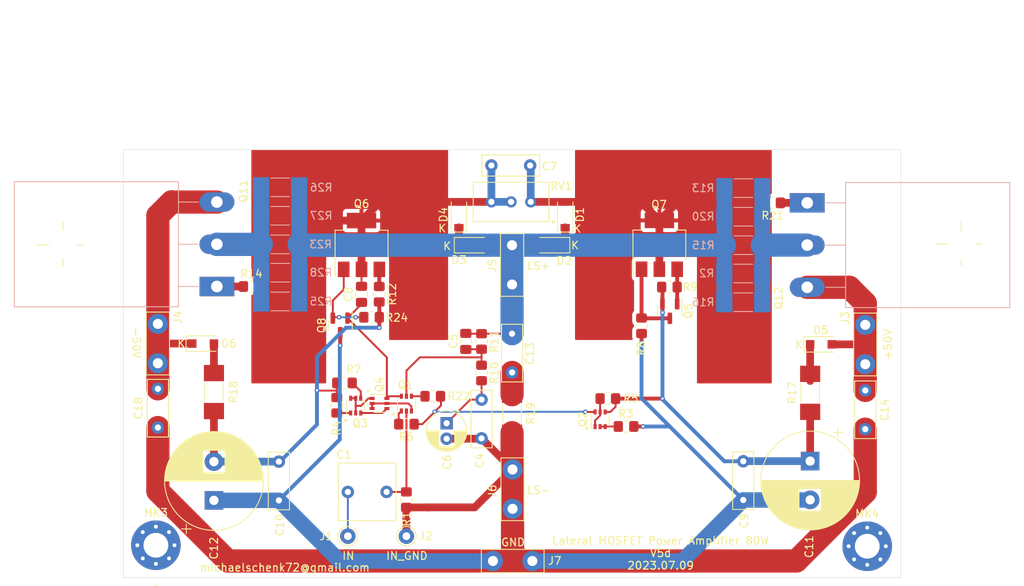
<source format=kicad_pcb>
(kicad_pcb (version 20221018) (generator pcbnew)
  (layers (0 "F.Cu" signal) (31 "B.Cu" signal) (34 "B.Paste" user) (35 "F.Paste" user) (36 "B.SilkS" user "B.Silkscreen") (37 "F.SilkS" user "F.Silkscreen") (38 "B.Mask" user) (39 "F.Mask" user) (44 "Edge.Cuts" user))
  (net 0 "")
  (net 1 "Net-(J1-Pin_1)")
  (net 2 "GND")
  (net 3 "Net-(Q1A-B1)")
  (net 4 "Net-(C4-Pad1)")
  (net 5 "Net-(D2-A)")
  (net 6 "Net-(Q1B-B2)")
  (net 7 "Net-(D4-A)")
  (net 8 "Net-(C13-Pad2)")
  (net 9 "Net-(D1-A)")
  (net 10 "Net-(Q1A-C1)")
  (net 11 "Net-(Q2B-E2)")
  (net 12 "Net-(D1-K)")
  (net 13 "Net-(D3-K)")
  (net 14 "Net-(D5-K)")
  (net 15 "Net-(D5-A)")
  (net 16 "Net-(D6-K)")
  (net 17 "Net-(D6-A)")
  (net 18 "Net-(Q1A-E1)")
  (net 19 "Net-(Q1B-C2)")
  (net 20 "Net-(Q1B-E2)")
  (net 21 "Net-(Q2A-E1)")
  (net 22 "Net-(Q2A-B1)")
  (net 23 "Net-(Q2A-C1)")
  (net 24 "Net-(Q3A-E1)")
  (net 25 "Net-(Q3A-B1)")
  (net 26 "Net-(C10-Pad2)")
  (net 27 "Net-(Q3B-C2)")
  (net 28 "Net-(Q3B-E2)")
  (net 29 "Net-(Q5-B)")
  (net 30 "Net-(Q5-C)")
  (net 31 "Net-(Q6-B)")
  (net 32 "Net-(Q6-E)")
  (net 33 "Net-(Q11-G)")
  (net 34 "Net-(Q11-D)")
  (net 35 "Net-(Q12-G)")
  (net 36 "Net-(Q12-S)")
  (footprint "Capacitor_THT:C_Rect_L7.2mm_W7.2mm_P5.00mm_FKS2_FKP2_MKS2_MKP2" (layer "F.Cu") (at 143.19 88.7476 180)
    (fp_text reference "C1")
    (fp_text value "3.3uF/Film")
  )
  (footprint "Capacitor_THT:CP_Radial_D5.0mm_P2.00mm" (layer "F.Cu") (at 150.9395 79.883 -90)
    (fp_text reference "C4")
    (fp_text value "47uF/25V")
  )
  (footprint "Capacitor_THT:C_Rect_L7.2mm_W2.5mm_P5.00mm_FKS2_FKP2_MKS2_MKP2" (layer "F.Cu") (at 155.448 76.835 -90)
    (fp_text reference "C6")
    (fp_text value "100n")
  )
  (footprint "Capacitor_THT:C_Rect_L7.2mm_W2.5mm_P5.00mm_FKS2_FKP2_MKS2_MKP2" (layer "F.Cu") (at 189.23 84.789 -90)
    (fp_text reference "C9")
    (fp_text value "100n")
  )
  (footprint "Capacitor_THT:CP_Radial_D12.5mm_P5.00mm" (layer "F.Cu") (at 197.866 84.7725 -90)
    (fp_text reference "C11")
    (fp_text value "220u/100V")
  )
  (footprint "Capacitor_THT:C_Rect_L7.2mm_W2.5mm_P5.00mm_FKS2_FKP2_MKS2_MKP2" (layer "F.Cu") (at 159.385 68.326 -90)
    (fp_text reference "C13")
    (fp_text value "22nF")
  )
  (footprint "Diode_SMD:D_SOD-123" (layer "F.Cu") (at 166.243 52.958 90)
    (fp_text reference "D1")
    (fp_text value "1N914")
  )
  (footprint "Diode_SMD:D_SOD-123" (layer "F.Cu") (at 164.592 56.896 180)
    (fp_text reference "D2")
    (fp_text value "12V/0.5W")
  )
  (footprint "Diode_SMD:D_SOD-123" (layer "F.Cu") (at 154.178 56.896)
    (fp_text reference "D3")
    (fp_text value "1N914")
  )
  (footprint "Diode_SMD:D_SOD-123" (layer "F.Cu") (at 152.527 52.958 90)
    (fp_text reference "D4")
    (fp_text value "12V/0.5W")
  )
  (footprint "Diode_SMD:D_SOD-123F" (layer "F.Cu") (at 199.26 69.6976)
    (fp_text reference "D5")
    (fp_text value "SM4002PL-TP")
  )
  (footprint "Connector_Pin:Pin_D1.0mm_L10.0mm" (layer "F.Cu") (at 138.19 94.4585)
    (fp_text reference "J1")
    (fp_text value "Conn_01x01")
  )
  (footprint "Connector_Pin:Pin_D1.0mm_L10.0mm" (layer "F.Cu") (at 145.7465 94.4585)
    (fp_text reference "J2")
    (fp_text value "Conn_01x01")
  )
  (footprint "kicad-snk:TE-726386-2_Pitch5.08mm_Drill1.3mm" (layer "F.Cu") (at 204.978 72.263 90)
    (fp_text reference "J3")
    (fp_text value "+50V")
  )
  (footprint "kicad-snk:TE-726386-2_Pitch5.08mm_Drill1.3mm" (layer "F.Cu") (at 159.385 56.896 -90)
    (fp_text reference "J5")
    (fp_text value "LS+")
  )
  (footprint "kicad-snk:TE-726386-2_Pitch5.08mm_Drill1.3mm" (layer "F.Cu") (at 159.4485 85.852 -90)
    (fp_text reference "J6")
    (fp_text value "LS-")
  )
  (footprint "kicad-snk:TE-726386-2_Pitch5.08mm_Drill1.3mm" (layer "F.Cu") (at 156.9212 97.663)
    (fp_text reference "J7")
    (fp_text value "GND")
  )
  (footprint "MountingHole:MountingHole_3.2mm_M3_Pad_Via" (layer "F.Cu") (at 113.411 95.631)
    (fp_text reference "MK3")
    (fp_text value "Mounting_Hole_PAD")
  )
  (footprint "MountingHole:MountingHole_3.2mm_M3_Pad_Via" (layer "F.Cu") (at 205.232 95.758)
    (fp_text reference "MK4")
    (fp_text value "Mounting_Hole_PAD")
  )
  (footprint "Resistor_SMD:R_0805_2012Metric_Pad1.20x1.40mm_HandSolder" (layer "F.Cu") (at 145.7465 89.7435 -90)
    (fp_text reference "R1")
    (fp_text value "22k")
  )
  (footprint "Resistor_SMD:R_0805_2012Metric_Pad1.20x1.40mm_HandSolder" (layer "F.Cu") (at 174.1 80.3)
    (fp_text reference "R3")
    (fp_text value "22k/0.25W")
  )
  (footprint "Resistor_SMD:R_0805_2012Metric_Pad1.20x1.40mm_HandSolder" (layer "F.Cu") (at 171.75 76.7 180)
    (fp_text reference "R5")
    (fp_text value "150R")
  )
  (footprint "Resistor_SMD:R_0805_2012Metric_Pad1.20x1.40mm_HandSolder" (layer "F.Cu") (at 145.75 80 180)
    (fp_text reference "R6")
    (fp_text value "100R")
  )
  (footprint "Resistor_SMD:R_0805_2012Metric_Pad1.20x1.40mm_HandSolder" (layer "F.Cu") (at 155.448 73.39 -90)
    (fp_text reference "R10")
    (fp_text value "1k")
  )
  (footprint "Resistor_SMD:R_0805_2012Metric_Pad1.20x1.40mm_HandSolder" (layer "F.Cu") (at 155.448 69.326 -90)
    (fp_text reference "R11")
    (fp_text value "22k")
  )
  (footprint "Resistor_SMD:R_0805_2012Metric_Pad1.20x1.40mm_HandSolder" (layer "F.Cu") (at 125.714 62.23)
    (fp_text reference "R14")
    (fp_text value "220R")
  )
  (footprint "Resistor_SMD:R_MELF_MMB-0207" (layer "F.Cu") (at 197.866 75.9576 90)
    (fp_text reference "R17")
    (fp_text value "100R/1W")
  )
  (footprint "Resistor_SMD:R_MELF_MMB-0207" (layer "F.Cu") (at 159.385 78.65 -90)
    (fp_text reference "R19")
    (fp_text value "6.8R/1W")
  )
  (footprint "Resistor_SMD:R_0805_2012Metric_Pad1.20x1.40mm_HandSolder" (layer "F.Cu") (at 193.024 51.435 180)
    (fp_text reference "R21")
    (fp_text value "220R")
  )
  (footprint "Capacitor_THT:C_Rect_L7.2mm_W2.5mm_P5.00mm_FKS2_FKP2_MKS2_MKP2" (layer "F.Cu") (at 204.978 75.645 -90)
    (fp_text reference "C14")
    (fp_text value "100n")
  )
  (footprint "Resistor_SMD:R_MELF_MMB-0207" (layer "F.Cu") (at 120.904 75.856 -90)
    (fp_text reference "R18")
    (fp_text value "100R/1W")
  )
  (footprint "Capacitor_THT:C_Rect_L7.2mm_W2.5mm_P5.00mm_FKS2_FKP2_MKS2_MKP2" (layer "F.Cu") (at 129.286 89.836 90)
    (fp_text reference "C10")
    (fp_text value "100n")
  )
  (footprint "Capacitor_THT:CP_Radial_D12.5mm_P5.00mm" (layer "F.Cu") (at 120.904 89.836 90)
    (fp_text reference "C12")
    (fp_text value "220u/100V")
  )
  (footprint "Resistor_SMD:R_0805_2012Metric_Pad1.20x1.40mm_HandSolder" (layer "F.Cu") (at 137.7536 74.676 180)
    (fp_text reference "R7")
    (fp_text value "68")
  )
  (footprint "Resistor_SMD:R_0805_2012Metric_Pad1.20x1.40mm_HandSolder" (layer "F.Cu") (at 136.7536 77.5622 90)
    (fp_text reference "R4")
    (fp_text value "68")
  )
  (footprint "Package_TO_SOT_SMD:SOT-23" (layer "F.Cu") (at 179.75 65.4 -90)
    (fp_text reference "Q5")
    (fp_text value "BC856B")
  )
  (footprint "Package_TO_SOT_SMD:SOT-223-3_TabPin2" (layer "F.Cu") (at 139.954 56.871 90)
    (fp_text reference "Q6")
    (fp_text value "DZT5551")
  )
  (footprint "Package_TO_SOT_SMD:SOT-363_SC-70-6" (layer "F.Cu") (at 145.75 77.35 90)
    (fp_text reference "Q1")
    (fp_text value "BCM856BS,115")
  )
  (footprint "Package_TO_SOT_SMD:SOT-363_SC-70-6" (layer "F.Cu") (at 170.7515 79.3695 90)
    (fp_text reference "Q2")
    (fp_text value "BCM856BS,115")
  )
  (footprint "kicad-snk:TE-726386-2_Pitch5.08mm_Drill1.3mm" (layer "F.Cu") (at 113.665 72.136 90)
    (fp_text reference "J4")
    (fp_text value "-50V")
  )
  (footprint "Capacitor_THT:C_Rect_L7.2mm_W2.5mm_P5.00mm_FKS2_FKP2_MKS2_MKP2" (layer "F.Cu") (at 113.665 80.438 90)
    (fp_text reference "C18")
    (fp_text value "100n")
  )
  (footprint "Diode_SMD:D_SOD-123F" (layer "F.Cu") (at 119.504 69.596)
    (fp_text reference "D6")
    (fp_text value "SM4002PL-TP")
  )
  (footprint "Capacitor_THT:C_Rect_L7.2mm_W2.5mm_P5.00mm_FKS2_FKP2_MKS2_MKP2" (layer "F.Cu") (at 156.718 46.609)
    (fp_text reference "C7")
    (fp_text value "100nF")
  )
  (footprint "Potentiometer_THT:Potentiometer_Bourns_3296W_Vertical" (layer "F.Cu") (at 161.798 51.308)
    (fp_text reference "RV1")
    (fp_text value "200R")
  )
  (footprint "Resistor_SMD:R_0805_2012Metric_Pad1.20x1.40mm_HandSolder" (layer "F.Cu") (at 179.7 62.3)
    (fp_text reference "R9")
    (fp_text value "40.2R")
  )
  (footprint "Package_TO_SOT_SMD:SOT-363_SC-70-6" (layer "F.Cu") (at 139.2024 77.6072 90)
    (fp_text reference "Q3")
    (fp_text value "BCM846BS,115")
  )
  (footprint "Resistor_SMD:R_0805_2012Metric_Pad1.20x1.40mm_HandSolder" (layer "F.Cu") (at 149.15 76.4 180)
    (fp_text reference "R22")
    (fp_text value "100R")
  )
  (footprint "Resistor_SMD:R_0805_2012Metric_Pad1.20x1.40mm_HandSolder" (layer "F.Cu") (at 141.25 66.2)
    (fp_text reference "R24")
    (fp_text value "1k")
  )
  (footprint "Package_TO_SOT_SMD:SOT-223-3_TabPin2" (layer "F.Cu") (at 178.4 56.85 90)
    (fp_text reference "Q7")
    (fp_text value "DZT5401")
  )
  (footprint "Capacitor_SMD:C_0805_2012Metric_Pad1.18x1.45mm_HandSolder" (layer "F.Cu") (at 139.954 63.2421 -90)
    (fp_text reference "C8")
    (fp_text value "100pF/Film")
  )
  (footprint "Package_TO_SOT_SMD:SOT-363_SC-70-6" (layer "F.Cu") (at 142.2756 77.328)
    (fp_text reference "Q4")
    (fp_text value "BCM846BS,115")
  )
  (footprint "Package_TO_SOT_SMD:SOT-23" (layer "F.Cu") (at 137.2 67.25 -90)
    (fp_text reference "Q8")
    (fp_text value "BC846B")
  )
  (footprint "Resistor_SMD:R_0805_2012Metric_Pad1.20x1.40mm_HandSolder" (layer "F.Cu") (at 176.1 67.3 -90)
    (fp_text reference "R8")
    (fp_text value "22k/0.25W")
  )
  (footprint "Capacitor_SMD:C_0805_2012Metric_Pad1.18x1.45mm_HandSolder" (layer "F.Cu") (at 153.416 69.3205 -90)
    (fp_text reference "C5")
    (fp_text value "10p/COG")
  )
  (footprint "Resistor_SMD:R_0805_2012Metric_Pad1.20x1.40mm_HandSolder" (layer "F.Cu") (at 142.24 63.23 -90)
    (fp_text reference "R12")
    (fp_text value "56")
  )
  (footprint "Package_TO_SOT_THT:TO-247-3_Horizontal_TabUp" (layer "B.Cu") (at 121.285 62.23 90)
    (fp_text reference "Q11")
    (fp_text value "ECX10P20")
  )
  (footprint "Package_TO_SOT_THT:TO-247-3_Horizontal_TabUp" (layer "B.Cu") (at 197.485 51.435 -90)
    (fp_text reference "Q12")
    (fp_text value "ECX10N20")
  )
  (footprint "Resistor_SMD:R_MELF_MMB-0207" (layer "B.Cu") (at 189.23 60.5536 180)
    (fp_text reference "R2")
    (fp_text value "1R")
  )
  (footprint "Resistor_SMD:R_MELF_MMB-0207" (layer "B.Cu") (at 129.4616 56.7944 180)
    (fp_text reference "R23")
    (fp_text value "1R")
  )
  (footprint "Resistor_SMD:R_MELF_MMB-0207" (layer "B.Cu") (at 189.23 64.262 180)
    (fp_text reference "R16")
    (fp_text value "1R")
  )
  (footprint "Resistor_SMD:R_MELF_MMB-0207" (layer "B.Cu") (at 129.4616 53.1016 180)
    (fp_text reference "R27")
    (fp_text value "1R")
  )
  (footprint "Resistor_SMD:R_MELF_MMB-0207" (layer "B.Cu") (at 189.2416 56.896 180)
    (fp_text reference "R15")
    (fp_text value "1R")
  )
  (footprint "Resistor_SMD:R_MELF_MMB-0207" (layer "B.Cu") (at 129.45 64.1604 180)
    (fp_text reference "R25")
    (fp_text value "1R")
  )
  (footprint "Resistor_SMD:R_MELF_MMB-0207" (layer "B.Cu") (at 189.2416 49.53 180)
    (fp_text reference "R13")
    (fp_text value "1R")
  )
  (footprint "Resistor_SMD:R_MELF_MMB-0207" (layer "B.Cu") (at 129.4616 60.452 180)
    (fp_text reference "R28")
    (fp_text value "1R")
  )
  (footprint "Resistor_SMD:R_MELF_MMB-0207" (layer "B.Cu") (at 129.45 49.4284 180)
    (fp_text reference "R26")
    (fp_text value "1R")
  )
  (footprint "Resistor_SMD:R_MELF_MMB-0207" (layer "B.Cu") (at 189.2416 53.2228 180)
    (fp_text reference "R20")
    (fp_text value "1R")
  )
  (gr_line (start 98.1075 56.896) (end 104.0765 56.896) (stroke (width 0.12)) (layer "F.SilkS"))
  (gr_line (start 101.4095 53.9115) (end 101.4095 59.6265) (stroke (width 0.12)) (layer "F.SilkS"))
  (gr_line (start 217.3605 53.7845) (end 217.3605 59.4995) (stroke (width 0.12)) (layer "F.SilkS"))
  (gr_line (start 214.0585 56.769) (end 220.0275 56.769) (stroke (width 0.12)) (layer "F.SilkS"))
  (gr_line (start 113.411 100.838) (end 113.538 100.711) (stroke (width 0.12)) (layer "F.SilkS"))
  (gr_line (start 109.22 99.822) (end 209.55 99.822) (stroke (width 0.05)) (layer "Edge.Cuts"))
  (gr_line (start 109.22 44.577) (end 109.22 99.822) (stroke (width 0.05)) (layer "Edge.Cuts"))
  (gr_line (start 209.55 44.577) (end 209.55 99.822) (stroke (width 0.05)) (layer "Edge.Cuts"))
  (gr_line (start 109.22 44.577) (end 209.55 44.577) (stroke (width 0.05)) (layer "Edge.Cuts"))
  (gr_text "GND" (at 159.512 95.25) (layer "F.SilkS") (effects (font (size 1 1))))
  (gr_text "-50V" (at 110.871 69.469 -90) (layer "F.SilkS") (effects (font (size 1 1))))
  (gr_text "°" (at 164.7 54.3) (layer "F.SilkS") (effects (font (size 1 1))))
  (gr_text "°" (at 169.037 80.957) (layer "F.SilkS") (effects (font (size 1 1))))
  (gr_text "°" (at 144.018 79.121) (layer "F.SilkS") (effects (font (size 1 1))))
  (gr_text "IN" (at 138.25 97) (layer "F.SilkS") (effects (font (size 1 1))))
  (gr_text "LS+" (at 162.814 59.563) (layer "F.SilkS") (effects (font (size 1 1))))
  (gr_text "K" (at 116.6876 69.596) (layer "F.SilkS") (effects (font (size 1 1))))
  (gr_text "+50V" (at 207.899 69.723 90) (layer "F.SilkS") (effects (font (size 1 1))))
  (gr_text "IN_GND" (at 145.81 96.9985) (layer "F.SilkS") (effects (font (size 1 1))))
  (gr_text "°" (at 140.843 76.073) (layer "F.SilkS") (effects (font (size 1 1))))
  (gr_text "K" (at 167.513 56.9214) (layer "F.SilkS") (effects (font (size 1 1))))
  (gr_text "michaelschenk72@gmail.com" (at 130.05 98.5) (layer "F.SilkS") (effects (font (size 1 1))))
  (gr_text "K" (at 196.4436 69.7484) (layer "F.SilkS") (effects (font (size 1 1))))
  (gr_text "K" (at 151.003 57.023) (layer "F.SilkS") (effects (font (size 1 1))))
  (gr_text "Lateral MOSFET Power Amplifier 80W\nV5d\n2023.07.09" (at 178.562 96.647) (layer "F.SilkS") (effects (font (size 1 1))))
  (gr_text "°" (at 137.922 79.9084) (layer "F.SilkS") (effects (font (size 1 1))))
  (gr_text "K" (at 167.8178 54.7878) (layer "F.SilkS") (effects (font (size 1 1))))
  (gr_text "K" (at 150.368 54.737) (layer "F.SilkS") (effects (font (size 1 1))))
  (gr_text "LS-" (at 162.814 88.519) (layer "F.SilkS") (effects (font (size 1 1))))
  (segment (start 138.19 94.4585) (end 138.19 88.7476) (width 0.25) (layer "B.Cu") (net 1))
  (segment (start 150.9395 81.883) (end 155.4 81.883) (width 1) (layer "F.Cu") (net 2))
  (segment (start 156.9212 97.663) (end 122.695002 97.663) (width 3) (layer "F.Cu") (net 2))
  (segment (start 148.3 90.7375) (end 154.563 90.7375) (width 1) (layer "F.Cu") (net 2))
  (segment (start 204.978 88.759998) (end 204.978 80.645) (width 3) (layer "F.Cu") (net 2))
  (segment (start 145.7465 90.7435) (end 148.652 90.7435) (width 1) (layer "F.Cu") (net 2))
  (segment (start 160.528 97.663) (end 156.9212 97.663) (width 3) (layer "F.Cu") (net 2))
  (segment (start 154.563 90.7375) (end 159.4485 85.852) (width 1) (layer "F.Cu") (net 2))
  (segment (start 159.4485 85.8355) (end 155.448 81.835) (width 1) (layer "F.Cu") (net 2))
  (segment (start 137.2 68.1875) (end 137.2 69.85) (width 0.5) (layer "F.Cu") (net 2))
  (segment (start 196.074998 97.663) (end 204.978 88.759998) (width 3) (layer "F.Cu") (net 2))
  (segment (start 159.4485 96.5835) (end 160.528 97.663) (width 3) (layer "F.Cu") (net 2))
  (segment (start 113.665 80.438) (end 113.665 88.632998) (width 3) (layer "F.Cu") (net 2))
  (segment (start 162.0012 97.663) (end 196.074998 97.663) (width 3) (layer "F.Cu") (net 2))
  (segment (start 159.385 81.1) (end 159.385 85.7885) (width 3) (layer "F.Cu") (net 2))
  (segment (start 175.1 80.3) (end 176.3 80.3) (width 0.5) (layer "F.Cu") (net 2))
  (segment (start 162.0012 97.663) (end 160.528 97.663) (width 3) (layer "F.Cu") (net 2))
  (segment (start 159.4485 90.932) (end 159.4485 96.5835) (width 3) (layer "F.Cu") (net 2))
  (segment (start 176.1 68.3) (end 176.1 69.5) (width 0.5) (layer "F.Cu") (net 2))
  (segment (start 113.665 88.632998) (end 122.695002 97.663) (width 3) (layer "F.Cu") (net 2))
  (segment (start 145.7465 94.4585) (end 145.7465 90.7435) (width 1) (layer "F.Cu") (net 2))
  (segment (start 159.4485 85.852) (end 159.4485 90.932) (width 3) (layer "F.Cu") (net 2))
  (via (at 176.3 80.3) (size 0.6) (drill 0.3) (layers "F.Cu" "B.Cu") (net 2))
  (via (at 176.1 69.5) (size 0.6) (drill 0.3) (layers "F.Cu" "B.Cu") (net 2))
  (via (at 137.2 69.85) (size 0.6) (drill 0.3) (layers "F.Cu" "B.Cu") (net 2))
  (segment (start 137.150489 69.899511) (end 137.150489 81.971511) (width 0.5) (layer "B.Cu") (net 2))
  (segment (start 162.0012 97.663) (end 181.356 97.663) (width 2) (layer "B.Cu") (net 2))
  (segment (start 181.356 97.663) (end 189.23 89.789) (width 2) (layer "B.Cu") (net 2))
  (segment (start 179.65 80.3) (end 179.6955 80.2545) (width 0.5) (layer "B.Cu") (net 2))
  (segment (start 176.1 76.659) (end 176.1 69.5) (width 0.5) (layer "B.Cu") (net 2))
  (segment (start 176.3 80.3) (end 179.65 80.3) (width 0.5) (layer "B.Cu") (net 2))
  (segment (start 129.286 89.836) (end 137.15 97.7) (width 2) (layer "B.Cu") (net 2))
  (segment (start 156.9212 97.663) (end 137.187 97.663) (width 2) (layer "B.Cu") (net 2))
  (segment (start 137.150489 81.971511) (end 129.286 89.836) (width 0.5) (layer "B.Cu") (net 2))
  (segment (start 137.2 69.85) (end 137.150489 69.899511) (width 0.5) (layer "B.Cu") (net 2))
  (segment (start 189.23 89.789) (end 197.8495 89.789) (width 2) (layer "B.Cu") (net 2))
  (segment (start 189.23 89.789) (end 179.6955 80.2545) (width 0.5) (layer "B.Cu") (net 2))
  (segment (start 137.187 97.663) (end 137.15 97.7) (width 2) (layer "B.Cu") (net 2))
  (segment (start 129.286 89.836) (end 120.904 89.836) (width 2) (layer "B.Cu") (net 2))
  (segment (start 179.6955 80.2545) (end 176.1 76.659) (width 0.5) (layer "B.Cu") (net 2))
  (segment (start 143.19 88.7476) (end 145.7424 88.7476) (width 0.25) (layer "F.Cu") (net 3))
  (segment (start 145.75 78.3) (end 145.75 88.74) (width 0.25) (layer "F.Cu") (net 3))
  (segment (start 145.7452 88.7422) (end 145.7465 88.7435) (width 0.25) (layer "F.Cu") (net 3))
  (segment (start 145.75 88.74) (end 145.7465 88.7435) (width 0.25) (layer "F.Cu") (net 3))
  (segment (start 155.448 76.835) (end 153.9875 76.835) (width 0.25) (layer "F.Cu") (net 4))
  (segment (start 153.9875 76.835) (end 150.9395 79.883) (width 0.25) (layer "F.Cu") (net 4))
  (segment (start 155.448 76.835) (end 155.448 74.39) (width 0.25) (layer "F.Cu") (net 4))
  (segment (start 162.942 56.896) (end 159.385 56.896) (width 1) (layer "F.Cu") (net 5))
  (segment (start 159.385 68.326) (end 155.448 68.326) (width 0.25) (layer "F.Cu") (net 5))
  (segment (start 155.828 56.896) (end 159.385 56.896) (width 1) (layer "F.Cu") (net 5))
  (segment (start 153.459 68.326) (end 153.416 68.283) (width 0.25) (layer "F.Cu") (net 5))
  (segment (start 155.448 68.326) (end 153.459 68.326) (width 0.25) (layer "F.Cu") (net 5))
  (segment (start 159.385 61.976) (end 159.385 68.326) (width 3) (layer "B.Cu") (net 5))
  (segment (start 131.9 53.09) (end 131.9116 53.1016) (width 2) (layer "B.Cu") (net 5))
  (segment (start 132.0132 56.896) (end 131.9116 56.7944) (width 3) (layer "B.Cu") (net 5))
  (segment (start 131.9116 64.1488) (end 131.9 64.1604) (width 2) (layer "B.Cu") (net 5))
  (segment (start 159.385 56.896) (end 159.385 61.976) (width 3) (layer "B.Cu") (net 5))
  (segment (start 186.78 60.5536) (end 186.78 56.9076) (width 2) (layer "B.Cu") (net 5))
  (segment (start 131.9 49.4284) (end 131.9 53.09) (width 2) (layer "B.Cu") (net 5))
  (segment (start 186.7916 53.2228) (end 186.7916 49.53) (width 2) (layer "B.Cu") (net 5))
  (segment (start 186.78 64.262) (end 186.78 60.5536) (width 2) (layer "B.Cu") (net 5))
  (segment (start 186.7916 56.896) (end 186.7916 53.2228) (width 2) (layer "B.Cu") (net 5))
  (segment (start 186.7916 56.896) (end 159.385 56.896) (width 3) (layer "B.Cu") (net 5))
  (segment (start 131.9116 53.1016) (end 131.9116 56.7944) (width 2) (layer "B.Cu") (net 5))
  (segment (start 131.9116 56.7944) (end 131.9116 60.452) (width 2) (layer "B.Cu") (net 5))
  (segment (start 159.385 56.896) (end 132.0132 56.896) (width 3) (layer "B.Cu") (net 5))
  (segment (start 186.78 56.9076) (end 186.7916 56.896) (width 2) (layer "B.Cu") (net 5))
  (segment (start 131.9116 60.452) (end 131.9116 64.1488) (width 2) (layer "B.Cu") (net 5))
  (segment (start 155.448 71.374) (end 147.4724 71.374) (width 0.25) (layer "F.Cu") (net 6))
  (segment (start 147.4724 71.374) (end 145.75 73.0964) (width 0.25) (layer "F.Cu") (net 6))
  (segment (start 155.448 72.39) (end 155.448 71.374) (width 0.25) (layer "F.Cu") (net 6))
  (segment (start 155.448 70.326) (end 153.448 70.326) (width 0.25) (layer "F.Cu") (net 6))
  (segment (start 145.75 73.0964) (end 145.75 76.4) (width 0.25) (layer "F.Cu") (net 6))
  (segment (start 155.448 71.374) (end 155.448 70.326) (width 0.25) (layer "F.Cu") (net 6))
  (segment (start 153.448 70.326) (end 153.416 70.358) (width 0.25) (layer "F.Cu") (net 6))
  (segment (start 128.27 62.23) (end 126.714 62.23) (width 1) (layer "F.Cu") (net 7))
  (segment (start 139.954 62.2046) (end 139.954 60.021) (width 0.25) (layer "F.Cu") (net 7))
  (segment (start 139.954 60.021) (end 139.954 53.721) (width 1) (layer "F.Cu") (net 7))
  (segment (start 156.718 51.308) (end 152.527 51.308) (width 1) (layer "F.Cu") (net 7))
  (segment (start 136.779 53.721) (end 128.27 62.23) (width 1) (layer "F.Cu") (net 7))
  (segment (start 152.527 51.308) (end 142.367 51.308) (width 1) (layer "F.Cu") (net 7))
  (segment (start 142.367 51.308) (end 139.954 53.721) (width 1) (layer "F.Cu") (net 7))
  (segment (start 139.954 53.721) (end 136.779 53.721) (width 1) (layer "F.Cu") (net 7))
  (segment (start 159.258 51.308) (end 156.718 51.308) (width 1) (layer "B.Cu") (net 7))
  (segment (start 156.718 51.308) (end 156.718 46.609) (width 1) (layer "B.Cu") (net 7))
  (segment (start 159.385 73.326) (end 159.385 76.2) (width 3) (layer "F.Cu") (net 8))
  (segment (start 166.243 51.308) (end 161.798 51.308) (width 1) (layer "F.Cu") (net 9))
  (segment (start 178.4 53.7) (end 180.7 51.4) (width 1) (layer "F.Cu") (net 9))
  (segment (start 176.008 51.308) (end 178.4 53.7) (width 1) (layer "F.Cu") (net 9))
  (segment (start 166.243 51.308) (end 176.008 51.308) (width 1) (layer "F.Cu") (net 9))
  (segment (start 180.7 51.4) (end 191.989 51.4) (width 1) (layer "F.Cu") (net 9))
  (segment (start 178.4 60) (end 178.4 53.7) (width 1) (layer "F.Cu") (net 9))
  (segment (start 161.798 51.308) (end 161.798 46.689) (width 1) (layer "B.Cu") (net 9))
  (segment (start 143.5036 76.4) (end 143.2256 76.678) (width 0.25) (layer "F.Cu") (net 10))
  (segment (start 138.15 66.3125) (end 143.2256 71.3881) (width 0.25) (layer "F.Cu") (net 10))
  (segment (start 143.2256 71.3881) (end 143.2256 76.678) (width 0.25) (layer "F.Cu") (net 10))
  (segment (start 139.954 64.5085) (end 138.15 66.3125) (width 0.25) (layer "F.Cu") (net 10))
  (segment (start 145.1 76.4) (end 143.5036 76.4) (width 0.25) (layer "F.Cu") (net 10))
  (segment (start 178.8 64.4625) (end 178.8 65.588) (width 0.5) (layer "F.Cu") (net 11))
  (segment (start 172.0805 78.4195) (end 171.4015 78.4195) (width 0.25) (layer "F.Cu") (net 11))
  (segment (start 172.75 77.75) (end 172.0805 78.4195) (width 0.25) (layer "F.Cu") (net 11))
  (segment (start 197.866 78.4076) (end 197.866 84.7725) (width 1) (layer "F.Cu") (net 11))
  (segment (start 172.75 76.7) (end 172.75 77.75) (width 0.25) (layer "F.Cu") (net 11))
  (segment (start 172.75 76.7) (end 178.8 76.7) (width 0.5) (layer "F.Cu") (net 11))
  (segment (start 178.8 64.4625) (end 178.8 62.4) (width 0.5) (layer "F.Cu") (net 11))
  (via (at 178.8 76.7) (size 0.6) (drill 0.3) (layers "F.Cu" "B.Cu") (net 11))
  (via (at 178.8 65.588) (size 0.6) (drill 0.3) (layers "F.Cu" "B.Cu") (net 11))
  (segment (start 178.8 65.588) (end 178.8 76.7) (width 0.5) (layer "B.Cu") (net 11))
  (segment (start 189.23 84.789) (end 186.789 84.789) (width 0.5) (layer "B.Cu") (net 11))
  (segment (start 197.866 84.7725) (end 189.2465 84.7725) (width 1) (layer "B.Cu") (net 11))
  (segment (start 186.789 84.789) (end 178.75 76.75) (width 0.5) (layer "B.Cu") (net 11))
  (segment (start 178.8 76.7) (end 178.75 76.75) (width 0.5) (layer "B.Cu") (net 11))
  (segment (start 166.242 56.896) (end 166.242 54.609) (width 1) (layer "F.Cu") (net 12))
  (segment (start 166.242 54.609) (end 166.243 54.608) (width 1) (layer "F.Cu") (net 12))
  (segment (start 152.528 56.896) (end 152.528 54.609) (width 1) (layer "F.Cu") (net 13))
  (segment (start 152.528 54.609) (end 152.527 54.608) (width 1) (layer "F.Cu") (net 13))
  (segment (start 197.86 73.5016) (end 197.866 73.5076) (width 1) (layer "F.Cu") (net 14))
  (segment (start 197.86 69.6976) (end 197.86 73.5016) (width 1) (layer "F.Cu") (net 14))
  (segment (start 197.872 74.416) (end 197.866 74.422) (width 1) (layer "F.Cu") (net 14))
  (segment (start 202.924 62.335) (end 197.485 62.335) (width 3) (layer "F.Cu") (net 15))
  (segment (start 204.978 67.183) (end 204.978 70.104) (width 3) (layer "F.Cu") (net 15))
  (segment (start 204.978 72.263) (end 204.978 75.645) (width 3) (layer "F.Cu") (net 15))
  (segment (start 204.5716 69.6976) (end 204.978 70.104) (width 1) (layer "F.Cu") (net 15))
  (segment (start 204.978 70.104) (end 204.978 72.263) (width 3) (layer "F.Cu") (net 15))
  (segment (start 204.978 64.389) (end 202.924 62.335) (width 3) (layer "F.Cu") (net 15))
  (segment (start 200.66 69.6976) (end 204.5716 69.6976) (width 1) (layer "F.Cu") (net 15))
  (segment (start 204.978 67.183) (end 204.978 64.389) (width 3) (layer "F.Cu") (net 15))
  (segment (start 204.9526 67.1576) (end 204.978 67.183) (width 1) (layer "F.Cu") (net 15))
  (segment (start 113.665 53.086) (end 115.443 51.308) (width 3) (layer "F.Cu") (net 16))
  (segment (start 113.665 75.438) (end 113.665 72.136) (width 3) (layer "F.Cu") (net 16))
  (segment (start 114.554 69.596) (end 113.665 70.485) (width 1) (layer "F.Cu") (net 16))
  (segment (start 113.665 72.136) (end 113.665 70.485) (width 3) (layer "F.Cu") (net 16))
  (segment (start 113.665 70.485) (end 113.665 67.056) (width 3) (layer "F.Cu") (net 16))
  (segment (start 113.665 67.056) (end 113.665 53.086) (width 3) (layer "F.Cu") (net 16))
  (segment (start 115.465 51.33) (end 121.285 51.33) (width 3) (layer "F.Cu") (net 16))
  (segment (start 115.443 51.308) (end 115.465 51.33) (width 3) (layer "F.Cu") (net 16))
  (segment (start 118.104 69.596) (end 114.554 69.596) (width 1) (layer "F.Cu") (net 16))
  (segment (start 120.904 69.596) (end 120.904 73.406) (width 1) (layer "F.Cu") (net 17))
  (segment (start 144.75 80) (end 144.75 78.65) (width 0.25) (layer "F.Cu") (net 18))
  (segment (start 144.75 78.65) (end 145.1 78.3) (width 0.25) (layer "F.Cu") (net 18))
  (segment (start 141.3256 77.978) (end 141.3256 77.328) (width 0.25) (layer "F.Cu") (net 19))
  (segment (start 146.003 77.328) (end 143.2256 77.328) (width 0.25) (layer "F.Cu") (net 19))
  (segment (start 146.4 77.725) (end 146.003 77.328) (width 0.25) (layer "F.Cu") (net 19))
  (segment (start 143.2256 77.328) (end 141.3256 77.328) (width 0.25) (layer "F.Cu") (net 19))
  (segment (start 146.4 78.3) (end 146.4 77.725) (width 0.25) (layer "F.Cu") (net 19))
  (segment (start 148.15 76.4) (end 146.4 76.4) (width 0.25) (layer "F.Cu") (net 20))
  (segment (start 170.7515 78.879502) (end 170.7515 78.4195) (width 0.25) (layer "F.Cu") (net 21))
  (segment (start 170.7515 78.4195) (end 170.7515 76.7015) (width 0.25) (layer "F.Cu") (net 21))
  (segment (start 170.1015 80.3195) (end 170.1015 79.529502) (width 0.25) (layer "F.Cu") (net 21))
  (segment (start 170.1015 79.529502) (end 170.7515 78.879502) (width 0.25) (layer "F.Cu") (net 21))
  (segment (start 173.1 80.3) (end 171.421 80.3) (width 0.25) (layer "F.Cu") (net 22))
  (segment (start 170.7515 80.3195) (end 171.4015 80.3195) (width 0.25) (layer "F.Cu") (net 22))
  (segment (start 170.1015 78.4195) (end 168.849 78.4195) (width 0.25) (layer "F.Cu") (net 23))
  (segment (start 168.849 78.4195) (end 168.8465 78.417) (width 0.25) (layer "F.Cu") (net 23))
  (segment (start 146.75 80) (end 147.8 80) (width 0.25) (layer "F.Cu") (net 23))
  (segment (start 150.2 77.6) (end 150.2 76.45) (width 0.25) (layer "F.Cu") (net 23))
  (segment (start 149.4 78.4) (end 150.2 77.6) (width 0.25) (layer "F.Cu") (net 23))
  (segment (start 147.8 80) (end 149.4 78.4) (width 0.25) (layer "F.Cu") (net 23))
  (via (at 168.8465 78.417) (size 0.6) (drill 0.3) (layers "F.Cu" "B.Cu") (net 23))
  (via (at 149.4 78.4) (size 0.6) (drill 0.3) (layers "F.Cu" "B.Cu") (net 23))
  (segment (start 168.8295 78.4) (end 168.8465 78.417) (width 0.25) (layer "B.Cu") (net 23))
  (segment (start 149.4 78.4) (end 168.8295 78.4) (width 0.25) (layer "B.Cu") (net 23))
  (segment (start 136.7586 78.5572) (end 136.7536 78.5622) (width 0.25) (layer "F.Cu") (net 24))
  (segment (start 138.5524 78.5572) (end 136.7586 78.5572) (width 0.25) (layer "F.Cu") (net 24))
  (segment (start 141.3048 76.6572) (end 141.3256 76.678) (width 0.25) (layer "F.Cu") (net 25))
  (segment (start 139.8928 77.6328) (end 139.2024 77.6328) (width 0.25) (layer "F.Cu") (net 25))
  (segment (start 139.2024 78.5572) (end 139.2024 77.6328) (width 0.25) (layer "F.Cu") (net 25))
  (segment (start 140.8476 76.678) (end 139.8928 77.6328) (width 0.25) (layer "F.Cu") (net 25))
  (segment (start 141.3256 76.678) (end 140.8476 76.678) (width 0.25) (layer "F.Cu") (net 25))
  (segment (start 139.2024 76.6572) (end 138.5524 76.6572) (width 0.25) (layer "F.Cu") (net 25))
  (segment (start 139.2024 77.6328) (end 139.2024 76.6572) (width 0.25) (layer "F.Cu") (net 25))
  (segment (start 142.25 64.24) (end 142.24 64.23) (width 0.5) (layer "F.Cu") (net 26))
  (segment (start 136.7536 75.6666) (end 134.239 75.6666) (width 0.25) (layer "F.Cu") (net 26))
  (segment (start 136.7536 75.6666) (end 136.7536 74.676) (width 0.25) (layer "F.Cu") (net 26))
  (segment (start 134.239 75.6666) (end 134.2 75.6276) (width 0.25) (layer "F.Cu") (net 26))
  (segment (start 142.25 66.2) (end 142.25 67.55) (width 0.5) (layer "F.Cu") (net 26))
  (segment (start 136.7536 76.5622) (end 136.7536 75.6666) (width 0.25) (layer "F.Cu") (net 26))
  (segment (start 142.25 66.2) (end 142.25 64.24) (width 0.5) (layer "F.Cu") (net 26))
  (segment (start 120.904 78.306) (end 120.904 84.836) (width 1) (layer "F.Cu") (net 26))
  (via (at 134.2 75.6276) (size 0.6) (drill 0.3) (layers "F.Cu" "B.Cu") (net 26))
  (via (at 142.25 67.55) (size 0.6) (drill 0.3) (layers "F.Cu" "B.Cu") (net 26))
  (segment (start 134.2 75.6276) (end 134.2 78.652) (width 0.5) (layer "B.Cu") (net 26))
  (segment (start 142.25 67.55) (end 137.95 67.55) (width 0.5) (layer "B.Cu") (net 26))
  (segment (start 137.95 67.55) (end 134.2 71.3) (width 0.5) (layer "B.Cu") (net 26))
  (segment (start 129.286 84.836) (end 120.904 84.836) (width 1) (layer "B.Cu") (net 26))
  (segment (start 134.2 80.05) (end 129.414 84.836) (width 0.5) (layer "B.Cu") (net 26))
  (segment (start 134.2 78.652) (end 134.2 80.05) (width 0.5) (layer "B.Cu") (net 26))
  (segment (start 134.2 74.4) (end 134.2 75.6276) (width 0.5) (layer "B.Cu") (net 26))
  (segment (start 134.2 71.3) (end 134.2 74.4) (width 0.5) (layer "B.Cu") (net 26))
  (segment (start 142.6464 78.5572) (end 143.2256 77.978) (width 0.25) (layer "F.Cu") (net 27))
  (segment (start 139.8524 78.5572) (end 142.6464 78.5572) (width 0.25) (layer "F.Cu") (net 27))
  (segment (start 139.8524 76.6572) (end 139.8524 75.7748) (width 0.25) (layer "F.Cu") (net 28))
  (segment (start 139.8524 75.7748) (end 138.7536 74.676) (width 0.25) (layer "F.Cu") (net 28))
  (segment (start 180.7 64.4625) (end 180.7 62.3) (width 0.5) (layer "F.Cu") (net 29))
  (segment (start 180.7 62.3) (end 180.7 60) (width 0.5) (layer "F.Cu") (net 29))
  (segment (start 179.75 66.3375) (end 176.1375 66.3375) (width 0.5) (layer "F.Cu") (net 30))
  (segment (start 176.1 66.3) (end 176.1 60) (width 0.5) (layer "F.Cu") (net 30))
  (segment (start 137.654 62.625) (end 136.25 64.029) (width 0.25) (layer "F.Cu") (net 31))
  (segment (start 137.654 60.021) (end 137.654 62.625) (width 0.25) (layer "F.Cu") (net 31))
  (segment (start 136.25 64.029) (end 136.25 66.3125) (width 0.25) (layer "F.Cu") (net 31))
  (segment (start 137.05 66.2) (end 136.3625 66.2) (width 0.25) (layer "F.Cu") (net 31))
  (segment (start 140.25 66.2) (end 139.2 66.2) (width 0.25) (layer "F.Cu") (net 31))
  (via (at 137.05 66.2) (size 0.6) (drill 0.3) (layers "F.Cu" "B.Cu") (net 31))
  (via (at 139.2 66.2) (size 0.6) (drill 0.3) (layers "F.Cu" "B.Cu") (net 31))
  (segment (start 139.2 66.2) (end 137.05 66.2) (width 0.25) (layer "B.Cu") (net 31))
  (segment (start 142.24 60.035) (end 142.254 60.021) (width 0.5) (layer "F.Cu") (net 32))
  (segment (start 142.24 62.23) (end 142.24 60.035) (width 0.5) (layer "F.Cu") (net 32))
  (segment (start 121.285 62.23) (end 124.714 62.23) (width 1) (layer "F.Cu") (net 33))
  (segment (start 127.0116 56.7944) (end 127.0116 53.1016) (width 2) (layer "B.Cu") (net 34))
  (segment (start 127.0116 60.452) (end 127.0116 56.7944) (width 2) (layer "B.Cu") (net 34))
  (segment (start 127.0116 49.44) (end 127 49.4284) (width 2) (layer "B.Cu") (net 34))
  (segment (start 121.2994 56.7944) (end 121.285 56.78) (width 3) (layer "B.Cu") (net 34))
  (segment (start 127.0116 56.7944) (end 121.2994 56.7944) (width 3) (layer "B.Cu") (net 34))
  (segment (start 127 64.1604) (end 127 60.4636) (width 2) (layer "B.Cu") (net 34))
  (segment (start 127 60.4636) (end 127.0116 60.452) (width 2) (layer "B.Cu") (net 34))
  (segment (start 127.0116 53.1016) (end 127.0116 49.44) (width 2) (layer "B.Cu") (net 34))
  (segment (start 197.485 51.435) (end 194.024 51.435) (width 1) (layer "F.Cu") (net 35))
  (segment (start 191.7026 56.885) (end 191.6916 56.896) (width 3) (layer "B.Cu") (net 36))
  (segment (start 191.6916 56.896) (end 191.6916 60.542) (width 2) (layer "B.Cu") (net 36))
  (segment (start 191.6916 53.2228) (end 191.6916 56.896) (width 2) (layer "B.Cu") (net 36))
  (segment (start 197.474 56.896) (end 197.485 56.885) (width 2) (layer "B.Cu") (net 36))
  (segment (start 197.485 56.885) (end 191.7026 56.885) (width 3) (layer "B.Cu") (net 36))
  (segment (start 191.68 60.5536) (end 191.68 64.262) (width 2) (layer "B.Cu") (net 36))
  (segment (start 191.6916 60.542) (end 191.68 60.5536) (width 2) (layer "B.Cu") (net 36))
  (segment (start 191.6916 49.53) (end 191.6916 53.2228) (width 2) (layer "B.Cu") (net 36))
  (zone (net 7) (net_name "Net-(D4-A)") (layer "F.Cu") (connect_pads (clearance 0.508)) (min_thickness 0.254) (fill yes (thermal_gap 0.508) (thermal_bridge_width 0.508))
    (polygon (pts (xy 151.13 69.135) (xy 143.51 69.135) (xy 143.51 58.42) (xy 135.39 58.42) (xy 135.39 74.739) (xy 125.73 74.739) (xy 125.73 44.577) (xy 151.13 44.577)))
  )
  (zone (net 9) (net_name "Net-(D1-A)") (layer "F.Cu") (connect_pads (clearance 0.508)) (min_thickness 0.254) (fill yes (thermal_gap 0.508) (thermal_bridge_width 0.508))
    (polygon (pts (xy 167.513 69.135) (xy 175.133 69.135) (xy 175.133 58.42) (xy 183.253 58.42) (xy 183.253 74.739) (xy 192.913 74.739) (xy 192.913 44.577) (xy 167.513 44.577)))
  )
)
</source>
